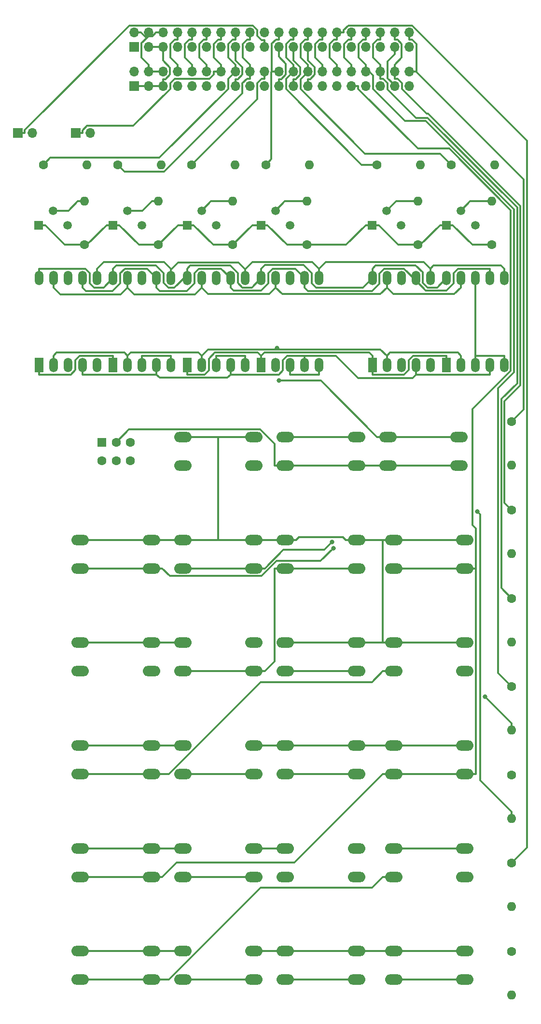
<source format=gbr>
%TF.GenerationSoftware,KiCad,Pcbnew,6.0.2+dfsg-1*%
%TF.CreationDate,2022-05-29T19:59:49-04:00*%
%TF.ProjectId,io-panel,696f2d70-616e-4656-9c2e-6b696361645f,B*%
%TF.SameCoordinates,Original*%
%TF.FileFunction,Copper,L2,Bot*%
%TF.FilePolarity,Positive*%
%FSLAX46Y46*%
G04 Gerber Fmt 4.6, Leading zero omitted, Abs format (unit mm)*
G04 Created by KiCad (PCBNEW 6.0.2+dfsg-1) date 2022-05-29 19:59:49*
%MOMM*%
%LPD*%
G01*
G04 APERTURE LIST*
%TA.AperFunction,ComponentPad*%
%ADD10O,3.048000X1.850000*%
%TD*%
%TA.AperFunction,ComponentPad*%
%ADD11R,1.500000X1.500000*%
%TD*%
%TA.AperFunction,ComponentPad*%
%ADD12C,1.500000*%
%TD*%
%TA.AperFunction,ComponentPad*%
%ADD13C,1.600000*%
%TD*%
%TA.AperFunction,ComponentPad*%
%ADD14O,1.600000X1.600000*%
%TD*%
%TA.AperFunction,ComponentPad*%
%ADD15R,1.524000X2.524000*%
%TD*%
%TA.AperFunction,ComponentPad*%
%ADD16O,1.524000X2.524000*%
%TD*%
%TA.AperFunction,ComponentPad*%
%ADD17R,1.700000X1.700000*%
%TD*%
%TA.AperFunction,ComponentPad*%
%ADD18O,1.700000X1.700000*%
%TD*%
%TA.AperFunction,ComponentPad*%
%ADD19R,1.600000X1.600000*%
%TD*%
%TA.AperFunction,ViaPad*%
%ADD20C,0.800000*%
%TD*%
%TA.AperFunction,Conductor*%
%ADD21C,0.350000*%
%TD*%
G04 APERTURE END LIST*
D10*
%TO.P,SW13,1,1*%
%TO.N,KB_ROW_2*%
X90402500Y-147000000D03*
X102902500Y-147000000D03*
%TO.P,SW13,2,2*%
%TO.N,KB_COL_3*%
X102902500Y-152000000D03*
X90402500Y-152000000D03*
%TD*%
D11*
%TO.P,Q4,1,E*%
%TO.N,VCC*%
X104160000Y-91860000D03*
D12*
%TO.P,Q4,2,B*%
%TO.N,Net-(Q4-Pad2)*%
X106700000Y-89320000D03*
%TO.P,Q4,3,C*%
%TO.N,Net-(AFF4-Pad3)*%
X109240000Y-91860000D03*
%TD*%
D13*
%TO.P,R9,1*%
%TO.N,VCC*%
X73160000Y-95310000D03*
D14*
%TO.P,R9,2*%
%TO.N,Net-(Q1-Pad2)*%
X73160000Y-87690000D03*
%TD*%
D10*
%TO.P,SW8,1,1*%
%TO.N,KB_ROW_0*%
X120902500Y-219000000D03*
X108402500Y-219000000D03*
%TO.P,SW8,2,2*%
%TO.N,KB_COL_2*%
X120902500Y-224000000D03*
X108402500Y-224000000D03*
%TD*%
%TO.P,SW3,1,1*%
%TO.N,KB_ROW_2*%
X120902500Y-165000000D03*
X108402500Y-165000000D03*
%TO.P,SW3,2,2*%
%TO.N,KB_COL_0*%
X108402500Y-170000000D03*
X120902500Y-170000000D03*
%TD*%
%TO.P,SW7,1,1*%
%TO.N,ST_KEY*%
X108402500Y-129000000D03*
X120902500Y-129000000D03*
%TO.P,SW7,2,2*%
%TO.N,GND*%
X120902500Y-134000000D03*
X108402500Y-134000000D03*
%TD*%
%TO.P,SW4,1,1*%
%TO.N,KB_ROW_0*%
X102902500Y-219000000D03*
X90402500Y-219000000D03*
%TO.P,SW4,2,2*%
%TO.N,KB_COL_1*%
X102902500Y-224000000D03*
X90402500Y-224000000D03*
%TD*%
%TO.P,SW19,1,1*%
%TO.N,KB_ROW_1*%
X72402500Y-165000000D03*
X84902500Y-165000000D03*
%TO.P,SW19,2,2*%
%TO.N,KB_COL_5*%
X84902500Y-170000000D03*
X72402500Y-170000000D03*
%TD*%
D13*
%TO.P,R2,1*%
%TO.N,LED_SEG_1*%
X148082000Y-141763300D03*
D14*
%TO.P,R2,2*%
%TO.N,/S_B*%
X148082000Y-149383300D03*
%TD*%
D13*
%TO.P,R18,1*%
%TO.N,LED_DIG_9*%
X137490000Y-81280000D03*
D14*
%TO.P,R18,2*%
%TO.N,Net-(Q6-Pad2)*%
X145110000Y-81280000D03*
%TD*%
D13*
%TO.P,R16,1*%
%TO.N,LED_DIG_8*%
X124490000Y-81280000D03*
D14*
%TO.P,R16,2*%
%TO.N,Net-(Q5-Pad2)*%
X132110000Y-81280000D03*
%TD*%
D15*
%TO.P,AFF3,1,e*%
%TO.N,/S_E*%
X91170000Y-116396000D03*
D16*
%TO.P,AFF3,2,d*%
%TO.N,/S_D*%
X93710000Y-116396000D03*
%TO.P,AFF3,3,C.A.*%
%TO.N,Net-(AFF3-Pad3)*%
X96250000Y-116396000D03*
%TO.P,AFF3,4,c*%
%TO.N,/S_C*%
X98790000Y-116396000D03*
%TO.P,AFF3,5,DP*%
%TO.N,Net-(AFF3-Pad3)*%
X101330000Y-116396000D03*
%TO.P,AFF3,6,b*%
%TO.N,/S_B*%
X101330000Y-101156000D03*
%TO.P,AFF3,7,a*%
%TO.N,/S_A*%
X98790000Y-101156000D03*
%TO.P,AFF3,8,C.A.*%
%TO.N,Net-(AFF3-Pad3)*%
X96250000Y-101156000D03*
%TO.P,AFF3,9,f*%
%TO.N,/S_F*%
X93710000Y-101156000D03*
%TO.P,AFF3,10,g*%
%TO.N,/S_G*%
X91170000Y-101156000D03*
%TD*%
D13*
%TO.P,R4,1*%
%TO.N,LED_SEG_3*%
X148082000Y-172690000D03*
D14*
%TO.P,R4,2*%
%TO.N,/S_D*%
X148082000Y-180310000D03*
%TD*%
D13*
%TO.P,R10,1*%
%TO.N,LEG_DIG_5*%
X78990000Y-81280000D03*
D14*
%TO.P,R10,2*%
%TO.N,Net-(Q2-Pad2)*%
X86610000Y-81280000D03*
%TD*%
D11*
%TO.P,Q5,1,E*%
%TO.N,VCC*%
X123660000Y-91860000D03*
D12*
%TO.P,Q5,2,B*%
%TO.N,Net-(Q5-Pad2)*%
X126200000Y-89320000D03*
%TO.P,Q5,3,C*%
%TO.N,Net-(AFF5-Pad3)*%
X128740000Y-91860000D03*
%TD*%
D17*
%TO.P,J2,1,Pin_1*%
%TO.N,VCC*%
X81875000Y-60700000D03*
D18*
%TO.P,J2,2,Pin_2*%
%TO.N,GND*%
X81875000Y-58160000D03*
%TO.P,J2,3,Pin_3*%
%TO.N,VCC*%
X84415000Y-60700000D03*
%TO.P,J2,4,Pin_4*%
%TO.N,GND*%
X84415000Y-58160000D03*
%TO.P,J2,5,Pin_5*%
%TO.N,VCC*%
X86955000Y-60700000D03*
%TO.P,J2,6,Pin_6*%
%TO.N,GND*%
X86955000Y-58160000D03*
%TO.P,J2,7,Pin_7*%
%TO.N,SPARE1*%
X89495000Y-60700000D03*
%TO.P,J2,8,Pin_8*%
%TO.N,SPARE5*%
X89495000Y-58160000D03*
%TO.P,J2,9,Pin_9*%
%TO.N,SPARE2*%
X92035000Y-60700000D03*
%TO.P,J2,10,Pin_10*%
%TO.N,SPARE6*%
X92035000Y-58160000D03*
%TO.P,J2,11,Pin_11*%
%TO.N,SPARE3*%
X94575000Y-60700000D03*
%TO.P,J2,12,Pin_12*%
%TO.N,SPARE7*%
X94575000Y-58160000D03*
%TO.P,J2,13,Pin_13*%
%TO.N,SST_KEY*%
X97115000Y-60700000D03*
%TO.P,J2,14,Pin_14*%
%TO.N,EXP_RAM*%
X97115000Y-58160000D03*
%TO.P,J2,15,Pin_15*%
%TO.N,ST_KEY*%
X99655000Y-60700000D03*
%TO.P,J2,16,Pin_16*%
%TO.N,LED_DIG_4*%
X99655000Y-58160000D03*
%TO.P,J2,17,Pin_17*%
%TO.N,RS_KEY*%
X102195000Y-60700000D03*
%TO.P,J2,18,Pin_18*%
%TO.N,LEG_DIG_5*%
X102195000Y-58160000D03*
%TO.P,J2,19,Pin_19*%
%TO.N,ENABLE_TTY*%
X104735000Y-60700000D03*
%TO.P,J2,20,Pin_20*%
%TO.N,LED_DIG_6*%
X104735000Y-58160000D03*
%TO.P,J2,21,Pin_21*%
%TO.N,KB_ROW_2*%
X107275000Y-60700000D03*
%TO.P,J2,22,Pin_22*%
%TO.N,LED_DIG_7*%
X107275000Y-58160000D03*
%TO.P,J2,23,Pin_23*%
%TO.N,KB_ROW_1*%
X109815000Y-60700000D03*
%TO.P,J2,24,Pin_24*%
%TO.N,LED_DIG_8*%
X109815000Y-58160000D03*
%TO.P,J2,25,Pin_25*%
%TO.N,KB_ROW_0*%
X112355000Y-60700000D03*
%TO.P,J2,26,Pin_26*%
%TO.N,LED_DIG_9*%
X112355000Y-58160000D03*
%TO.P,J2,27,Pin_27*%
%TO.N,KB_COL_6*%
X114895000Y-60700000D03*
%TO.P,J2,28,Pin_28*%
%TO.N,LED_SEG_6*%
X114895000Y-58160000D03*
%TO.P,J2,29,Pin_29*%
%TO.N,KB_COL_5*%
X117435000Y-60700000D03*
%TO.P,J2,30,Pin_30*%
%TO.N,LED_SEG_5*%
X117435000Y-58160000D03*
%TO.P,J2,31,Pin_31*%
%TO.N,KB_COL_4*%
X119975000Y-60700000D03*
%TO.P,J2,32,Pin_32*%
%TO.N,LED_SEG_4*%
X119975000Y-58160000D03*
%TO.P,J2,33,Pin_33*%
%TO.N,KB_COL_3*%
X122515000Y-60700000D03*
%TO.P,J2,34,Pin_34*%
%TO.N,LED_SEG_3*%
X122515000Y-58160000D03*
%TO.P,J2,35,Pin_35*%
%TO.N,KB_COL_2*%
X125055000Y-60700000D03*
%TO.P,J2,36,Pin_36*%
%TO.N,LED_SEG_2*%
X125055000Y-58160000D03*
%TO.P,J2,37,Pin_37*%
%TO.N,KB_COL_1*%
X127595000Y-60700000D03*
%TO.P,J2,38,Pin_38*%
%TO.N,LED_SEG_1*%
X127595000Y-58160000D03*
%TO.P,J2,39,Pin_39*%
%TO.N,KB_COL_0*%
X130135000Y-60700000D03*
%TO.P,J2,40,Pin_40*%
%TO.N,LED_SEG_0*%
X130135000Y-58160000D03*
%TD*%
D10*
%TO.P,SW1,1,1*%
%TO.N,KB_ROW_0*%
X84902500Y-219000000D03*
X72402500Y-219000000D03*
%TO.P,SW1,2,2*%
%TO.N,KB_COL_0*%
X72402500Y-224000000D03*
X84902500Y-224000000D03*
%TD*%
D13*
%TO.P,R11,1*%
%TO.N,VCC*%
X86160000Y-95310000D03*
D14*
%TO.P,R11,2*%
%TO.N,Net-(Q2-Pad2)*%
X86160000Y-87690000D03*
%TD*%
D10*
%TO.P,SW25,1,1*%
%TO.N,KB_ROW_2*%
X120902500Y-147000000D03*
X108402500Y-147000000D03*
%TO.P,SW25,2,2*%
%TO.N,KB_COL_6*%
X120902500Y-152000000D03*
X108402500Y-152000000D03*
%TD*%
D17*
%TO.P,SW21,1,A*%
%TO.N,ENABLE_TTY*%
X61460000Y-75720000D03*
D18*
%TO.P,SW21,2,B*%
%TO.N,GND*%
X64000000Y-75720000D03*
%TD*%
D13*
%TO.P,R5,1*%
%TO.N,LED_SEG_4*%
X148082000Y-188153300D03*
D14*
%TO.P,R5,2*%
%TO.N,/S_E*%
X148082000Y-195773300D03*
%TD*%
D10*
%TO.P,SW23,1,1*%
%TO.N,KB_ROW_0*%
X120902500Y-201000000D03*
X108402500Y-201000000D03*
%TO.P,SW23,2,2*%
%TO.N,KB_COL_6*%
X120902500Y-206000000D03*
X108402500Y-206000000D03*
%TD*%
D11*
%TO.P,Q6,1,E*%
%TO.N,VCC*%
X136660000Y-91860000D03*
D12*
%TO.P,Q6,2,B*%
%TO.N,Net-(Q6-Pad2)*%
X139200000Y-89320000D03*
%TO.P,Q6,3,C*%
%TO.N,Net-(AFF6-Pad3)*%
X141740000Y-91860000D03*
%TD*%
D13*
%TO.P,R19,1*%
%TO.N,VCC*%
X144660000Y-95310000D03*
D14*
%TO.P,R19,2*%
%TO.N,Net-(Q6-Pad2)*%
X144660000Y-87690000D03*
%TD*%
D11*
%TO.P,Q2,1,E*%
%TO.N,VCC*%
X78160000Y-91860000D03*
D12*
%TO.P,Q2,2,B*%
%TO.N,Net-(Q2-Pad2)*%
X80700000Y-89320000D03*
%TO.P,Q2,3,C*%
%TO.N,Net-(AFF2-Pad3)*%
X83240000Y-91860000D03*
%TD*%
D10*
%TO.P,SW14,1,1*%
%TO.N,RS_KEY*%
X126402500Y-129000000D03*
X138902500Y-129000000D03*
%TO.P,SW14,2,2*%
%TO.N,GND*%
X138902500Y-134000000D03*
X126402500Y-134000000D03*
%TD*%
%TO.P,SW15,1,1*%
%TO.N,KB_ROW_0*%
X72402500Y-201000000D03*
X84902500Y-201000000D03*
%TO.P,SW15,2,2*%
%TO.N,KB_COL_4*%
X84902500Y-206000000D03*
X72402500Y-206000000D03*
%TD*%
D19*
%TO.P,SW201,1,A*%
%TO.N,unconnected-(SW201-Pad1)*%
X76235000Y-129900000D03*
D13*
%TO.P,SW201,2,B*%
%TO.N,GND*%
X78735000Y-129900000D03*
%TO.P,SW201,3,C*%
%TO.N,SST_KEY*%
X81235000Y-129900000D03*
%TO.P,SW201,4,A*%
%TO.N,unconnected-(SW201-Pad4)*%
X76235000Y-133100000D03*
%TO.P,SW201,5,B*%
%TO.N,GND*%
X78735000Y-133100000D03*
%TO.P,SW201,6,C*%
%TO.N,SST_KEY*%
X81235000Y-133100000D03*
%TD*%
D11*
%TO.P,Q3,1,E*%
%TO.N,VCC*%
X91160000Y-91860000D03*
D12*
%TO.P,Q3,2,B*%
%TO.N,Net-(Q3-Pad2)*%
X93700000Y-89320000D03*
%TO.P,Q3,3,C*%
%TO.N,Net-(AFF3-Pad3)*%
X96240000Y-91860000D03*
%TD*%
D17*
%TO.P,SW22,1,A*%
%TO.N,EXP_RAM*%
X71625000Y-75725000D03*
D18*
%TO.P,SW22,2,B*%
%TO.N,GND*%
X74165000Y-75725000D03*
%TD*%
D10*
%TO.P,SW12,1,1*%
%TO.N,KB_ROW_1*%
X120902500Y-183000000D03*
X108402500Y-183000000D03*
%TO.P,SW12,2,2*%
%TO.N,KB_COL_3*%
X108402500Y-188000000D03*
X120902500Y-188000000D03*
%TD*%
D15*
%TO.P,AFF5,1,e*%
%TO.N,/S_E*%
X123670000Y-116396000D03*
D16*
%TO.P,AFF5,2,d*%
%TO.N,/S_D*%
X126210000Y-116396000D03*
%TO.P,AFF5,3,C.A.*%
%TO.N,Net-(AFF5-Pad3)*%
X128750000Y-116396000D03*
%TO.P,AFF5,4,c*%
%TO.N,/S_C*%
X131290000Y-116396000D03*
%TO.P,AFF5,5,DP*%
%TO.N,Net-(AFF5-Pad3)*%
X133830000Y-116396000D03*
%TO.P,AFF5,6,b*%
%TO.N,/S_B*%
X133830000Y-101156000D03*
%TO.P,AFF5,7,a*%
%TO.N,/S_A*%
X131290000Y-101156000D03*
%TO.P,AFF5,8,C.A.*%
%TO.N,Net-(AFF5-Pad3)*%
X128750000Y-101156000D03*
%TO.P,AFF5,9,f*%
%TO.N,/S_F*%
X126210000Y-101156000D03*
%TO.P,AFF5,10,g*%
%TO.N,/S_G*%
X123670000Y-101156000D03*
%TD*%
D15*
%TO.P,AFF1,1,e*%
%TO.N,/S_E*%
X65170000Y-116396000D03*
D16*
%TO.P,AFF1,2,d*%
%TO.N,/S_D*%
X67710000Y-116396000D03*
%TO.P,AFF1,3,C.A.*%
%TO.N,Net-(AFF1-Pad3)*%
X70250000Y-116396000D03*
%TO.P,AFF1,4,c*%
%TO.N,/S_C*%
X72790000Y-116396000D03*
%TO.P,AFF1,5,DP*%
%TO.N,Net-(AFF1-Pad3)*%
X75330000Y-116396000D03*
%TO.P,AFF1,6,b*%
%TO.N,/S_B*%
X75330000Y-101156000D03*
%TO.P,AFF1,7,a*%
%TO.N,/S_A*%
X72790000Y-101156000D03*
%TO.P,AFF1,8,C.A.*%
%TO.N,Net-(AFF1-Pad3)*%
X70250000Y-101156000D03*
%TO.P,AFF1,9,f*%
%TO.N,/S_F*%
X67710000Y-101156000D03*
%TO.P,AFF1,10,g*%
%TO.N,/S_G*%
X65170000Y-101156000D03*
%TD*%
D10*
%TO.P,SW20,1,1*%
%TO.N,KB_ROW_2*%
X90402500Y-129000000D03*
X102902500Y-129000000D03*
%TO.P,SW20,2,2*%
%TO.N,KB_COL_5*%
X90402500Y-134000000D03*
X102902500Y-134000000D03*
%TD*%
D13*
%TO.P,R3,1*%
%TO.N,LED_SEG_2*%
X148082000Y-157226700D03*
D14*
%TO.P,R3,2*%
%TO.N,/S_C*%
X148082000Y-164846700D03*
%TD*%
D10*
%TO.P,SW24,1,1*%
%TO.N,KB_ROW_1*%
X102902500Y-165000000D03*
X90402500Y-165000000D03*
%TO.P,SW24,2,2*%
%TO.N,KB_COL_6*%
X102902500Y-170000000D03*
X90402500Y-170000000D03*
%TD*%
%TO.P,SW11,1,1*%
%TO.N,KB_ROW_0*%
X127397500Y-219000000D03*
X139897500Y-219000000D03*
%TO.P,SW11,2,2*%
%TO.N,KB_COL_3*%
X127397500Y-224000000D03*
X139897500Y-224000000D03*
%TD*%
D13*
%TO.P,R13,1*%
%TO.N,VCC*%
X99160000Y-95310000D03*
D14*
%TO.P,R13,2*%
%TO.N,Net-(Q3-Pad2)*%
X99160000Y-87690000D03*
%TD*%
D13*
%TO.P,R6,1*%
%TO.N,LED_SEG_5*%
X148082000Y-203616700D03*
D14*
%TO.P,R6,2*%
%TO.N,/S_F*%
X148082000Y-211236700D03*
%TD*%
D13*
%TO.P,R12,1*%
%TO.N,LED_DIG_6*%
X91990000Y-81280000D03*
D14*
%TO.P,R12,2*%
%TO.N,Net-(Q3-Pad2)*%
X99610000Y-81280000D03*
%TD*%
D13*
%TO.P,R8,1*%
%TO.N,LED_DIG_4*%
X65990000Y-81280000D03*
D14*
%TO.P,R8,2*%
%TO.N,Net-(Q1-Pad2)*%
X73610000Y-81280000D03*
%TD*%
D10*
%TO.P,SW6,1,1*%
%TO.N,KB_ROW_2*%
X127397500Y-165000000D03*
X139897500Y-165000000D03*
%TO.P,SW6,2,2*%
%TO.N,KB_COL_1*%
X139897500Y-170000000D03*
X127397500Y-170000000D03*
%TD*%
%TO.P,SW5,1,1*%
%TO.N,KB_ROW_1*%
X84902500Y-183000000D03*
X72402500Y-183000000D03*
%TO.P,SW5,2,2*%
%TO.N,KB_COL_1*%
X84902500Y-188000000D03*
X72402500Y-188000000D03*
%TD*%
%TO.P,SW16,1,1*%
%TO.N,KB_ROW_1*%
X127397500Y-183000000D03*
X139897500Y-183000000D03*
%TO.P,SW16,2,2*%
%TO.N,KB_COL_4*%
X139897500Y-188000000D03*
X127397500Y-188000000D03*
%TD*%
D17*
%TO.P,J1,1,Pin_1*%
%TO.N,VCC*%
X81855000Y-67530000D03*
D18*
%TO.P,J1,2,Pin_2*%
%TO.N,GND*%
X81855000Y-64990000D03*
%TO.P,J1,3,Pin_3*%
%TO.N,VCC*%
X84395000Y-67530000D03*
%TO.P,J1,4,Pin_4*%
%TO.N,GND*%
X84395000Y-64990000D03*
%TO.P,J1,5,Pin_5*%
%TO.N,VCC*%
X86935000Y-67530000D03*
%TO.P,J1,6,Pin_6*%
%TO.N,GND*%
X86935000Y-64990000D03*
%TO.P,J1,7,Pin_7*%
%TO.N,SPARE1*%
X89475000Y-67530000D03*
%TO.P,J1,8,Pin_8*%
%TO.N,SPARE5*%
X89475000Y-64990000D03*
%TO.P,J1,9,Pin_9*%
%TO.N,SPARE2*%
X92015000Y-67530000D03*
%TO.P,J1,10,Pin_10*%
%TO.N,SPARE6*%
X92015000Y-64990000D03*
%TO.P,J1,11,Pin_11*%
%TO.N,SPARE3*%
X94555000Y-67530000D03*
%TO.P,J1,12,Pin_12*%
%TO.N,SPARE7*%
X94555000Y-64990000D03*
%TO.P,J1,13,Pin_13*%
%TO.N,SST_KEY*%
X97095000Y-67530000D03*
%TO.P,J1,14,Pin_14*%
%TO.N,EXP_RAM*%
X97095000Y-64990000D03*
%TO.P,J1,15,Pin_15*%
%TO.N,ST_KEY*%
X99635000Y-67530000D03*
%TO.P,J1,16,Pin_16*%
%TO.N,LED_DIG_4*%
X99635000Y-64990000D03*
%TO.P,J1,17,Pin_17*%
%TO.N,RS_KEY*%
X102175000Y-67530000D03*
%TO.P,J1,18,Pin_18*%
%TO.N,LEG_DIG_5*%
X102175000Y-64990000D03*
%TO.P,J1,19,Pin_19*%
%TO.N,ENABLE_TTY*%
X104715000Y-67530000D03*
%TO.P,J1,20,Pin_20*%
%TO.N,LED_DIG_6*%
X104715000Y-64990000D03*
%TO.P,J1,21,Pin_21*%
%TO.N,KB_ROW_2*%
X107255000Y-67530000D03*
%TO.P,J1,22,Pin_22*%
%TO.N,LED_DIG_7*%
X107255000Y-64990000D03*
%TO.P,J1,23,Pin_23*%
%TO.N,KB_ROW_1*%
X109795000Y-67530000D03*
%TO.P,J1,24,Pin_24*%
%TO.N,LED_DIG_8*%
X109795000Y-64990000D03*
%TO.P,J1,25,Pin_25*%
%TO.N,KB_ROW_0*%
X112335000Y-67530000D03*
%TO.P,J1,26,Pin_26*%
%TO.N,LED_DIG_9*%
X112335000Y-64990000D03*
%TO.P,J1,27,Pin_27*%
%TO.N,KB_COL_6*%
X114875000Y-67530000D03*
%TO.P,J1,28,Pin_28*%
%TO.N,LED_SEG_6*%
X114875000Y-64990000D03*
%TO.P,J1,29,Pin_29*%
%TO.N,KB_COL_5*%
X117415000Y-67530000D03*
%TO.P,J1,30,Pin_30*%
%TO.N,LED_SEG_5*%
X117415000Y-64990000D03*
%TO.P,J1,31,Pin_31*%
%TO.N,KB_COL_4*%
X119955000Y-67530000D03*
%TO.P,J1,32,Pin_32*%
%TO.N,LED_SEG_4*%
X119955000Y-64990000D03*
%TO.P,J1,33,Pin_33*%
%TO.N,KB_COL_3*%
X122495000Y-67530000D03*
%TO.P,J1,34,Pin_34*%
%TO.N,LED_SEG_3*%
X122495000Y-64990000D03*
%TO.P,J1,35,Pin_35*%
%TO.N,KB_COL_2*%
X125035000Y-67530000D03*
%TO.P,J1,36,Pin_36*%
%TO.N,LED_SEG_2*%
X125035000Y-64990000D03*
%TO.P,J1,37,Pin_37*%
%TO.N,KB_COL_1*%
X127575000Y-67530000D03*
%TO.P,J1,38,Pin_38*%
%TO.N,LED_SEG_1*%
X127575000Y-64990000D03*
%TO.P,J1,39,Pin_39*%
%TO.N,KB_COL_0*%
X130115000Y-67530000D03*
%TO.P,J1,40,Pin_40*%
%TO.N,LED_SEG_0*%
X130115000Y-64990000D03*
%TD*%
D11*
%TO.P,Q1,1,E*%
%TO.N,VCC*%
X65160000Y-91860000D03*
D12*
%TO.P,Q1,2,B*%
%TO.N,Net-(Q1-Pad2)*%
X67700000Y-89320000D03*
%TO.P,Q1,3,C*%
%TO.N,Net-(AFF1-Pad3)*%
X70240000Y-91860000D03*
%TD*%
D10*
%TO.P,SW18,1,1*%
%TO.N,KB_ROW_0*%
X90402500Y-201000000D03*
X102902500Y-201000000D03*
%TO.P,SW18,2,2*%
%TO.N,KB_COL_5*%
X102902500Y-206000000D03*
X90402500Y-206000000D03*
%TD*%
D13*
%TO.P,R7,1*%
%TO.N,LED_SEG_6*%
X148082000Y-219080000D03*
D14*
%TO.P,R7,2*%
%TO.N,/S_G*%
X148082000Y-226700000D03*
%TD*%
D15*
%TO.P,AFF2,1,e*%
%TO.N,/S_E*%
X78170000Y-116396000D03*
D16*
%TO.P,AFF2,2,d*%
%TO.N,/S_D*%
X80710000Y-116396000D03*
%TO.P,AFF2,3,C.A.*%
%TO.N,Net-(AFF2-Pad3)*%
X83250000Y-116396000D03*
%TO.P,AFF2,4,c*%
%TO.N,/S_C*%
X85790000Y-116396000D03*
%TO.P,AFF2,5,DP*%
%TO.N,Net-(AFF2-Pad3)*%
X88330000Y-116396000D03*
%TO.P,AFF2,6,b*%
%TO.N,/S_B*%
X88330000Y-101156000D03*
%TO.P,AFF2,7,a*%
%TO.N,/S_A*%
X85790000Y-101156000D03*
%TO.P,AFF2,8,C.A.*%
%TO.N,Net-(AFF2-Pad3)*%
X83250000Y-101156000D03*
%TO.P,AFF2,9,f*%
%TO.N,/S_F*%
X80710000Y-101156000D03*
%TO.P,AFF2,10,g*%
%TO.N,/S_G*%
X78170000Y-101156000D03*
%TD*%
D13*
%TO.P,R17,1*%
%TO.N,VCC*%
X131660000Y-95310000D03*
D14*
%TO.P,R17,2*%
%TO.N,Net-(Q5-Pad2)*%
X131660000Y-87690000D03*
%TD*%
D10*
%TO.P,SW17,1,1*%
%TO.N,KB_ROW_2*%
X139897500Y-147000000D03*
X127397500Y-147000000D03*
%TO.P,SW17,2,2*%
%TO.N,KB_COL_4*%
X127397500Y-152000000D03*
X139897500Y-152000000D03*
%TD*%
%TO.P,SW10,1,1*%
%TO.N,KB_ROW_2*%
X72402500Y-147000000D03*
X84902500Y-147000000D03*
%TO.P,SW10,2,2*%
%TO.N,KB_COL_2*%
X72402500Y-152000000D03*
X84902500Y-152000000D03*
%TD*%
D13*
%TO.P,R1,1*%
%TO.N,LED_SEG_0*%
X148082000Y-126300000D03*
D14*
%TO.P,R1,2*%
%TO.N,/S_A*%
X148082000Y-133920000D03*
%TD*%
D10*
%TO.P,SW9,1,1*%
%TO.N,KB_ROW_1*%
X102902500Y-183000000D03*
X90402500Y-183000000D03*
%TO.P,SW9,2,2*%
%TO.N,KB_COL_2*%
X102902500Y-188000000D03*
X90402500Y-188000000D03*
%TD*%
D15*
%TO.P,AFF4,1,e*%
%TO.N,/S_E*%
X104170000Y-116396000D03*
D16*
%TO.P,AFF4,2,d*%
%TO.N,/S_D*%
X106710000Y-116396000D03*
%TO.P,AFF4,3,C.A.*%
%TO.N,Net-(AFF4-Pad3)*%
X109250000Y-116396000D03*
%TO.P,AFF4,4,c*%
%TO.N,/S_C*%
X111790000Y-116396000D03*
%TO.P,AFF4,5,DP*%
%TO.N,Net-(AFF4-Pad3)*%
X114330000Y-116396000D03*
%TO.P,AFF4,6,b*%
%TO.N,/S_B*%
X114330000Y-101156000D03*
%TO.P,AFF4,7,a*%
%TO.N,/S_A*%
X111790000Y-101156000D03*
%TO.P,AFF4,8,C.A.*%
%TO.N,Net-(AFF4-Pad3)*%
X109250000Y-101156000D03*
%TO.P,AFF4,9,f*%
%TO.N,/S_F*%
X106710000Y-101156000D03*
%TO.P,AFF4,10,g*%
%TO.N,/S_G*%
X104170000Y-101156000D03*
%TD*%
D13*
%TO.P,R15,1*%
%TO.N,VCC*%
X112160000Y-95310000D03*
D14*
%TO.P,R15,2*%
%TO.N,Net-(Q4-Pad2)*%
X112160000Y-87690000D03*
%TD*%
D13*
%TO.P,R14,1*%
%TO.N,LED_DIG_7*%
X104990000Y-81280000D03*
D14*
%TO.P,R14,2*%
%TO.N,Net-(Q4-Pad2)*%
X112610000Y-81280000D03*
%TD*%
D10*
%TO.P,SW2,1,1*%
%TO.N,KB_ROW_1*%
X139897500Y-201000000D03*
X127397500Y-201000000D03*
%TO.P,SW2,2,2*%
%TO.N,KB_COL_0*%
X127397500Y-206000000D03*
X139897500Y-206000000D03*
%TD*%
D15*
%TO.P,AFF6,1,e*%
%TO.N,/S_E*%
X136670000Y-116396000D03*
D16*
%TO.P,AFF6,2,d*%
%TO.N,/S_D*%
X139210000Y-116396000D03*
%TO.P,AFF6,3,C.A.*%
%TO.N,Net-(AFF6-Pad3)*%
X141750000Y-116396000D03*
%TO.P,AFF6,4,c*%
%TO.N,/S_C*%
X144290000Y-116396000D03*
%TO.P,AFF6,5,DP*%
%TO.N,Net-(AFF6-Pad3)*%
X146830000Y-116396000D03*
%TO.P,AFF6,6,b*%
%TO.N,/S_B*%
X146830000Y-101156000D03*
%TO.P,AFF6,7,a*%
%TO.N,/S_A*%
X144290000Y-101156000D03*
%TO.P,AFF6,8,C.A.*%
%TO.N,Net-(AFF6-Pad3)*%
X141750000Y-101156000D03*
%TO.P,AFF6,9,f*%
%TO.N,/S_F*%
X139210000Y-101156000D03*
%TO.P,AFF6,10,g*%
%TO.N,/S_G*%
X136670000Y-101156000D03*
%TD*%
D20*
%TO.N,RS_KEY*%
X107267800Y-119108300D03*
%TO.N,KB_COL_3*%
X116641100Y-147322700D03*
%TO.N,KB_COL_2*%
X116874500Y-148426500D03*
%TO.N,/S_D*%
X143408000Y-174460700D03*
X106936000Y-113414200D03*
%TO.N,/S_E*%
X142082400Y-142041100D03*
%TD*%
D21*
%TO.N,GND*%
X126402500Y-134000000D02*
X120902500Y-134000000D01*
X138902500Y-134000000D02*
X126402500Y-134000000D01*
X108402500Y-134000000D02*
X120902500Y-134000000D01*
X84415000Y-58160000D02*
X84415000Y-58772600D01*
X85117100Y-58772600D02*
X85729700Y-58160000D01*
X84415000Y-58772600D02*
X85117100Y-58772600D01*
X86955000Y-58160000D02*
X85729700Y-58160000D01*
X86935000Y-64990000D02*
X84395000Y-64990000D01*
X84395000Y-64990000D02*
X84395000Y-63764700D01*
X81875000Y-58160000D02*
X83100300Y-58160000D01*
X84064000Y-59123600D02*
X83100300Y-58160000D01*
X83184300Y-60003300D02*
X84064000Y-59123600D01*
X83184300Y-62554000D02*
X83184300Y-60003300D01*
X84395000Y-63764700D02*
X83184300Y-62554000D01*
X84064000Y-59123600D02*
X84415000Y-58772600D01*
X106503200Y-130143500D02*
X106503200Y-134000000D01*
X104011900Y-127652200D02*
X106503200Y-130143500D01*
X80982800Y-127652200D02*
X104011900Y-127652200D01*
X78735000Y-129900000D02*
X80982800Y-127652200D01*
X108402500Y-134000000D02*
X106503200Y-134000000D01*
%TO.N,EXP_RAM*%
X96607200Y-59385300D02*
X97115000Y-59385300D01*
X95845000Y-60147500D02*
X96607200Y-59385300D01*
X95845000Y-62514700D02*
X95845000Y-60147500D01*
X97095000Y-63764700D02*
X95845000Y-62514700D01*
X97095000Y-64990000D02*
X97095000Y-63764700D01*
X97115000Y-58160000D02*
X97115000Y-59385300D01*
X95869700Y-65497800D02*
X95869700Y-64990000D01*
X95107500Y-66260000D02*
X95869700Y-65497800D01*
X88961200Y-66260000D02*
X95107500Y-66260000D01*
X88205000Y-67016200D02*
X88961200Y-66260000D01*
X88205000Y-68052300D02*
X88205000Y-67016200D01*
X81757600Y-74499700D02*
X88205000Y-68052300D01*
X73616000Y-74499700D02*
X81757600Y-74499700D01*
X72850300Y-75265400D02*
X73616000Y-74499700D01*
X72850300Y-75725000D02*
X72850300Y-75265400D01*
X71625000Y-75725000D02*
X72850300Y-75725000D01*
X97095000Y-64990000D02*
X95869700Y-64990000D01*
%TO.N,LED_SEG_3*%
X122007200Y-59385300D02*
X122515000Y-59385300D01*
X121245000Y-60147500D02*
X122007200Y-59385300D01*
X121245000Y-62514700D02*
X121245000Y-60147500D01*
X122495000Y-63764700D02*
X121245000Y-62514700D01*
X122515000Y-58160000D02*
X122515000Y-59385300D01*
X122495000Y-64990000D02*
X122495000Y-64377300D01*
X122495000Y-64377300D02*
X122495000Y-63764700D01*
X145722600Y-170330600D02*
X148082000Y-172690000D01*
X145722600Y-120413400D02*
X145722600Y-170330600D01*
X148524300Y-117611700D02*
X145722600Y-120413400D01*
X148524300Y-89076900D02*
X148524300Y-117611700D01*
X133063300Y-73615900D02*
X148524300Y-89076900D01*
X129380700Y-73615900D02*
X133063300Y-73615900D01*
X123765000Y-68000200D02*
X129380700Y-73615900D01*
X123765000Y-65647300D02*
X123765000Y-68000200D01*
X122495000Y-64377300D02*
X123765000Y-65647300D01*
%TO.N,SPARE7*%
X94067200Y-59385300D02*
X94575000Y-59385300D01*
X93305000Y-60147500D02*
X94067200Y-59385300D01*
X93305000Y-62514700D02*
X93305000Y-60147500D01*
X94555000Y-63764700D02*
X93305000Y-62514700D01*
X94555000Y-64990000D02*
X94555000Y-63764700D01*
X94575000Y-58160000D02*
X94575000Y-59385300D01*
%TO.N,SPARE6*%
X91527200Y-59385300D02*
X92035000Y-59385300D01*
X90765000Y-60147500D02*
X91527200Y-59385300D01*
X90765000Y-62514700D02*
X90765000Y-60147500D01*
X92015000Y-63764700D02*
X90765000Y-62514700D01*
X92015000Y-64990000D02*
X92015000Y-63764700D01*
X92035000Y-58160000D02*
X92035000Y-59385300D01*
%TO.N,SPARE5*%
X88987200Y-59385300D02*
X89495000Y-59385300D01*
X88225000Y-60147500D02*
X88987200Y-59385300D01*
X88225000Y-62514700D02*
X88225000Y-60147500D01*
X89475000Y-63764700D02*
X88225000Y-62514700D01*
X89475000Y-64990000D02*
X89475000Y-63764700D01*
X89495000Y-58160000D02*
X89495000Y-59385300D01*
%TO.N,Net-(AFF6-Pad3)*%
X146830000Y-114758700D02*
X141750000Y-114758700D01*
X146830000Y-116396000D02*
X146830000Y-114758700D01*
X141750000Y-116396000D02*
X141750000Y-114758700D01*
X141750000Y-101156000D02*
X141750000Y-114758700D01*
%TO.N,Net-(Q6-Pad2)*%
X140830000Y-87690000D02*
X139200000Y-89320000D01*
X144660000Y-87690000D02*
X140830000Y-87690000D01*
%TO.N,Net-(Q5-Pad2)*%
X127830000Y-87690000D02*
X126200000Y-89320000D01*
X131660000Y-87690000D02*
X127830000Y-87690000D01*
%TO.N,Net-(Q4-Pad2)*%
X108330000Y-87690000D02*
X106700000Y-89320000D01*
X112160000Y-87690000D02*
X108330000Y-87690000D01*
%TO.N,Net-(Q3-Pad2)*%
X95330000Y-87690000D02*
X93700000Y-89320000D01*
X99160000Y-87690000D02*
X95330000Y-87690000D01*
%TO.N,Net-(Q2-Pad2)*%
X83354700Y-89320000D02*
X84984700Y-87690000D01*
X80700000Y-89320000D02*
X83354700Y-89320000D01*
X86160000Y-87690000D02*
X84984700Y-87690000D01*
%TO.N,Net-(Q1-Pad2)*%
X70354700Y-89320000D02*
X71984700Y-87690000D01*
X67700000Y-89320000D02*
X70354700Y-89320000D01*
X73160000Y-87690000D02*
X71984700Y-87690000D01*
%TO.N,VCC*%
X84395000Y-67530000D02*
X81855000Y-67530000D01*
X84395000Y-67530000D02*
X86935000Y-67530000D01*
X86935000Y-67530000D02*
X86935000Y-66304700D01*
X78160000Y-91860000D02*
X77034700Y-91860000D01*
X141235300Y-95310000D02*
X137785300Y-91860000D01*
X144660000Y-95310000D02*
X141235300Y-95310000D01*
X136660000Y-91860000D02*
X137785300Y-91860000D01*
X82735300Y-95310000D02*
X79285300Y-91860000D01*
X86160000Y-95310000D02*
X82735300Y-95310000D01*
X78160000Y-91860000D02*
X79285300Y-91860000D01*
X86955000Y-63045000D02*
X86955000Y-60700000D01*
X88177700Y-64267700D02*
X86955000Y-63045000D01*
X88177700Y-65521500D02*
X88177700Y-64267700D01*
X87394500Y-66304700D02*
X88177700Y-65521500D01*
X86935000Y-66304700D02*
X87394500Y-66304700D01*
X84415000Y-60700000D02*
X85640300Y-60700000D01*
X86955000Y-60700000D02*
X85640300Y-60700000D01*
X89610000Y-91860000D02*
X91160000Y-91860000D01*
X86160000Y-95310000D02*
X89610000Y-91860000D01*
X91160000Y-91860000D02*
X92285300Y-91860000D01*
X95735300Y-95310000D02*
X99160000Y-95310000D01*
X92285300Y-91860000D02*
X95735300Y-95310000D01*
X102610000Y-91860000D02*
X104160000Y-91860000D01*
X99160000Y-95310000D02*
X102610000Y-91860000D01*
X123660000Y-91860000D02*
X122534700Y-91860000D01*
X123660000Y-91860000D02*
X124785300Y-91860000D01*
X119084700Y-95310000D02*
X112160000Y-95310000D01*
X122534700Y-91860000D02*
X119084700Y-95310000D01*
X108735300Y-95310000D02*
X105285300Y-91860000D01*
X112160000Y-95310000D02*
X108735300Y-95310000D01*
X104160000Y-91860000D02*
X105285300Y-91860000D01*
X128235300Y-95310000D02*
X131660000Y-95310000D01*
X124785300Y-91860000D02*
X128235300Y-95310000D01*
X132084700Y-95310000D02*
X135534700Y-91860000D01*
X131660000Y-95310000D02*
X132084700Y-95310000D01*
X136660000Y-91860000D02*
X135534700Y-91860000D01*
X73584700Y-95310000D02*
X73160000Y-95310000D01*
X77034700Y-91860000D02*
X73584700Y-95310000D01*
X69735300Y-95310000D02*
X66285300Y-91860000D01*
X73160000Y-95310000D02*
X69735300Y-95310000D01*
X65160000Y-91860000D02*
X66285300Y-91860000D01*
%TO.N,Net-(AFF4-Pad3)*%
X114330000Y-118033300D02*
X109250000Y-118033300D01*
X114330000Y-116396000D02*
X114330000Y-118033300D01*
X109250000Y-116396000D02*
X109250000Y-118033300D01*
%TO.N,Net-(AFF3-Pad3)*%
X101330000Y-114758700D02*
X96250000Y-114758700D01*
X96250000Y-116396000D02*
X96250000Y-114758700D01*
X101330000Y-116396000D02*
X101330000Y-114758700D01*
%TO.N,Net-(AFF2-Pad3)*%
X83250000Y-114758700D02*
X88330000Y-114758700D01*
X83250000Y-116396000D02*
X83250000Y-114758700D01*
X88330000Y-116396000D02*
X88330000Y-114758700D01*
%TO.N,LED_DIG_9*%
X112335000Y-65079500D02*
X112335000Y-64990000D01*
X111065000Y-66349500D02*
X112335000Y-65079500D01*
X111065000Y-68021000D02*
X111065000Y-66349500D01*
X122396900Y-79352900D02*
X111065000Y-68021000D01*
X135562900Y-79352900D02*
X122396900Y-79352900D01*
X137490000Y-81280000D02*
X135562900Y-79352900D01*
X111847200Y-59385300D02*
X112355000Y-59385300D01*
X111085000Y-60147500D02*
X111847200Y-59385300D01*
X111085000Y-62514700D02*
X111085000Y-60147500D01*
X112335000Y-63764700D02*
X111085000Y-62514700D01*
X112335000Y-64990000D02*
X112335000Y-63764700D01*
X112355000Y-58160000D02*
X112355000Y-59385300D01*
%TO.N,LED_DIG_8*%
X109307200Y-59385300D02*
X109815000Y-59385300D01*
X108545000Y-60147500D02*
X109307200Y-59385300D01*
X108545000Y-62514700D02*
X108545000Y-60147500D01*
X109795000Y-63764700D02*
X108545000Y-62514700D01*
X109815000Y-58160000D02*
X109815000Y-59385300D01*
X109795000Y-64377300D02*
X109795000Y-63764700D01*
X109795000Y-64377300D02*
X109795000Y-64990000D01*
X121751400Y-81280000D02*
X124490000Y-81280000D01*
X108525000Y-68053600D02*
X121751400Y-81280000D01*
X108525000Y-66260000D02*
X108525000Y-68053600D01*
X109795000Y-64990000D02*
X108525000Y-66260000D01*
%TO.N,LED_DIG_7*%
X107255000Y-64990000D02*
X106177300Y-64990000D01*
X106177300Y-64990000D02*
X106049600Y-64990000D01*
X106767200Y-59385300D02*
X107275000Y-59385300D01*
X106049600Y-60102900D02*
X106767200Y-59385300D01*
X106049600Y-64990000D02*
X106049600Y-60102900D01*
X107275000Y-58160000D02*
X107275000Y-59385300D01*
X105960400Y-65079200D02*
X106049600Y-64990000D01*
X105960400Y-80309600D02*
X105960400Y-65079200D01*
X104990000Y-81280000D02*
X105960400Y-80309600D01*
%TO.N,LED_DIG_6*%
X103489700Y-69780300D02*
X91990000Y-81280000D01*
X103489700Y-66981000D02*
X103489700Y-69780300D01*
X104255400Y-66215300D02*
X103489700Y-66981000D01*
X104715000Y-66215300D02*
X104255400Y-66215300D01*
X104715000Y-64990000D02*
X104715000Y-66215300D01*
%TO.N,LEG_DIG_5*%
X101687200Y-59385300D02*
X102195000Y-59385300D01*
X100925000Y-60147500D02*
X101687200Y-59385300D01*
X100925000Y-62514700D02*
X100925000Y-60147500D01*
X102175000Y-63764700D02*
X100925000Y-62514700D01*
X102195000Y-58160000D02*
X102195000Y-59385300D01*
X102175000Y-64990000D02*
X102175000Y-63764700D01*
X101667200Y-66215300D02*
X102175000Y-66215300D01*
X100860400Y-67022100D02*
X101667200Y-66215300D01*
X100860400Y-68756400D02*
X100860400Y-67022100D01*
X87142500Y-82474300D02*
X100860400Y-68756400D01*
X80184300Y-82474300D02*
X87142500Y-82474300D01*
X78990000Y-81280000D02*
X80184300Y-82474300D01*
X102175000Y-64990000D02*
X102175000Y-66215300D01*
%TO.N,LED_DIG_4*%
X98365000Y-66260000D02*
X99635000Y-64990000D01*
X98365000Y-68004400D02*
X98365000Y-66260000D01*
X86291100Y-80078300D02*
X98365000Y-68004400D01*
X67191700Y-80078300D02*
X86291100Y-80078300D01*
X65990000Y-81280000D02*
X67191700Y-80078300D01*
X99655000Y-58160000D02*
X99655000Y-59385300D01*
X99147200Y-59385300D02*
X99655000Y-59385300D01*
X98385000Y-60147500D02*
X99147200Y-59385300D01*
X98385000Y-62514700D02*
X98385000Y-60147500D01*
X99635000Y-63764700D02*
X98385000Y-62514700D01*
X99635000Y-64990000D02*
X99635000Y-63764700D01*
%TO.N,RS_KEY*%
X138902500Y-129000000D02*
X126402500Y-129000000D01*
X126402500Y-129000000D02*
X124503200Y-129000000D01*
X114611500Y-119108300D02*
X107267800Y-119108300D01*
X124503200Y-129000000D02*
X114611500Y-119108300D01*
%TO.N,ST_KEY*%
X99655000Y-63006300D02*
X99655000Y-60700000D01*
X100877700Y-64229000D02*
X99655000Y-63006300D01*
X100877700Y-65521500D02*
X100877700Y-64229000D01*
X100094500Y-66304700D02*
X100877700Y-65521500D01*
X99635000Y-66304700D02*
X100094500Y-66304700D01*
X99635000Y-67530000D02*
X99635000Y-66304700D01*
X120902500Y-129000000D02*
X108402500Y-129000000D01*
%TO.N,KB_COL_6*%
X90402500Y-170000000D02*
X102902500Y-170000000D01*
X102902500Y-170000000D02*
X104801800Y-170000000D01*
X108402500Y-152000000D02*
X120902500Y-152000000D01*
X106503200Y-168298600D02*
X104801800Y-170000000D01*
X106503200Y-152000000D02*
X106503200Y-168298600D01*
X108402500Y-152000000D02*
X106503200Y-152000000D01*
%TO.N,KB_COL_5*%
X90402500Y-206000000D02*
X102902500Y-206000000D01*
%TO.N,KB_COL_4*%
X84902500Y-206000000D02*
X72402500Y-206000000D01*
X139897500Y-188000000D02*
X141796800Y-188000000D01*
X127397500Y-152000000D02*
X139897500Y-152000000D01*
X141796800Y-152000000D02*
X141796800Y-188000000D01*
X139897500Y-152000000D02*
X141796800Y-152000000D01*
X119955000Y-67530000D02*
X121180300Y-67530000D01*
X84902500Y-206000000D02*
X86801800Y-206000000D01*
X127397500Y-188000000D02*
X139897500Y-188000000D01*
X89301800Y-203500000D02*
X86801800Y-206000000D01*
X109998200Y-203500000D02*
X89301800Y-203500000D01*
X125498200Y-188000000D02*
X109998200Y-203500000D01*
X127397500Y-188000000D02*
X125498200Y-188000000D01*
X141796800Y-144951200D02*
X141796800Y-152000000D01*
X141270700Y-144425100D02*
X141796800Y-144951200D01*
X141270700Y-124086900D02*
X141270700Y-144425100D01*
X147968300Y-117389300D02*
X141270700Y-124086900D01*
X147968300Y-89299400D02*
X147968300Y-117389300D01*
X137134500Y-78465600D02*
X147968300Y-89299400D01*
X131656400Y-78465600D02*
X137134500Y-78465600D01*
X121180300Y-67989500D02*
X131656400Y-78465600D01*
X121180300Y-67530000D02*
X121180300Y-67989500D01*
%TO.N,KB_COL_3*%
X139897500Y-224000000D02*
X127397500Y-224000000D01*
X120902500Y-188000000D02*
X108402500Y-188000000D01*
X90402500Y-152000000D02*
X102902500Y-152000000D01*
X102902500Y-152000000D02*
X104801800Y-152000000D01*
X108076700Y-148725100D02*
X104801800Y-152000000D01*
X108076700Y-148725000D02*
X108076700Y-148725100D01*
X115238800Y-148725000D02*
X108076700Y-148725000D01*
X116641100Y-147322700D02*
X115238800Y-148725000D01*
%TO.N,KB_COL_2*%
X90402500Y-188000000D02*
X102902500Y-188000000D01*
X108402500Y-224000000D02*
X120902500Y-224000000D01*
X72402500Y-152000000D02*
X84902500Y-152000000D01*
X114601400Y-150699600D02*
X116874500Y-148426500D01*
X106880600Y-150699600D02*
X114601400Y-150699600D01*
X104254700Y-153325500D02*
X106880600Y-150699600D01*
X88127300Y-153325500D02*
X104254700Y-153325500D01*
X86801800Y-152000000D02*
X88127300Y-153325500D01*
X84902500Y-152000000D02*
X86801800Y-152000000D01*
%TO.N,KB_COL_1*%
X72402500Y-188000000D02*
X84902500Y-188000000D01*
X87964500Y-188000000D02*
X84902500Y-188000000D01*
X104065200Y-171899300D02*
X87964500Y-188000000D01*
X123598900Y-171899300D02*
X104065200Y-171899300D01*
X125498200Y-170000000D02*
X123598900Y-171899300D01*
X127397500Y-170000000D02*
X125498200Y-170000000D01*
X90402500Y-224000000D02*
X102902500Y-224000000D01*
X126330800Y-63189500D02*
X127595000Y-61925300D01*
X126330800Y-66127200D02*
X126330800Y-63189500D01*
X127575000Y-67371400D02*
X126330800Y-66127200D01*
X127575000Y-67530000D02*
X127575000Y-67371400D01*
X127595000Y-60700000D02*
X127595000Y-61925300D01*
%TO.N,KB_COL_0*%
X84902500Y-224000000D02*
X72402500Y-224000000D01*
X120902500Y-170000000D02*
X108402500Y-170000000D01*
X87964500Y-224000000D02*
X84902500Y-224000000D01*
X104065200Y-207899300D02*
X87964500Y-224000000D01*
X123598900Y-207899300D02*
X104065200Y-207899300D01*
X125498200Y-206000000D02*
X123598900Y-207899300D01*
X127397500Y-206000000D02*
X125498200Y-206000000D01*
%TO.N,KB_ROW_1*%
X109815000Y-63006300D02*
X109815000Y-60700000D01*
X111037700Y-64229000D02*
X109815000Y-63006300D01*
X111037700Y-65521500D02*
X111037700Y-64229000D01*
X110254500Y-66304700D02*
X111037700Y-65521500D01*
X109795000Y-66304700D02*
X110254500Y-66304700D01*
X109795000Y-67530000D02*
X109795000Y-66304700D01*
X139897500Y-183000000D02*
X127397500Y-183000000D01*
X102902500Y-183000000D02*
X108402500Y-183000000D01*
X72402500Y-165000000D02*
X84902500Y-165000000D01*
X72402500Y-183000000D02*
X84902500Y-183000000D01*
X127397500Y-183000000D02*
X125498200Y-183000000D01*
X127397500Y-201000000D02*
X139897500Y-201000000D01*
X108402500Y-183000000D02*
X120902500Y-183000000D01*
X120902500Y-183000000D02*
X125498200Y-183000000D01*
X90402500Y-183000000D02*
X84902500Y-183000000D01*
X90402500Y-165000000D02*
X84902500Y-165000000D01*
%TO.N,KB_ROW_2*%
X139897500Y-147000000D02*
X127397500Y-147000000D01*
X139897500Y-165000000D02*
X127397500Y-165000000D01*
X107687600Y-66304700D02*
X107255000Y-66304700D01*
X108495300Y-65497000D02*
X107687600Y-66304700D01*
X108495300Y-63595000D02*
X108495300Y-65497000D01*
X107275000Y-62374700D02*
X108495300Y-63595000D01*
X107275000Y-60700000D02*
X107275000Y-62374700D01*
X107255000Y-67530000D02*
X107255000Y-66304700D01*
X108402500Y-165000000D02*
X120902500Y-165000000D01*
X120902500Y-147000000D02*
X119003200Y-147000000D01*
X108402500Y-147000000D02*
X110301800Y-147000000D01*
X127397500Y-165000000D02*
X125498200Y-165000000D01*
X127397500Y-147000000D02*
X125498200Y-147000000D01*
X125498200Y-147000000D02*
X120902500Y-147000000D01*
X120902500Y-165000000D02*
X122801800Y-165000000D01*
X125498200Y-147000000D02*
X125498200Y-165000000D01*
X125498200Y-165000000D02*
X122801800Y-165000000D01*
X90402500Y-147000000D02*
X88503200Y-147000000D01*
X72402500Y-147000000D02*
X84902500Y-147000000D01*
X84902500Y-147000000D02*
X88503200Y-147000000D01*
X90402500Y-129000000D02*
X92301800Y-129000000D01*
X108402500Y-147000000D02*
X106503200Y-147000000D01*
X102902500Y-147000000D02*
X106503200Y-147000000D01*
X90402500Y-147000000D02*
X96652500Y-147000000D01*
X96652500Y-147000000D02*
X102902500Y-147000000D01*
X96652500Y-147000000D02*
X96652500Y-129000000D01*
X102902500Y-129000000D02*
X96652500Y-129000000D01*
X96652500Y-129000000D02*
X92301800Y-129000000D01*
X110754500Y-146547300D02*
X110301800Y-147000000D01*
X118550500Y-146547300D02*
X110754500Y-146547300D01*
X119003200Y-147000000D02*
X118550500Y-146547300D01*
%TO.N,LED_SEG_1*%
X127575000Y-65602600D02*
X127575000Y-66215300D01*
X127575000Y-65602600D02*
X127575000Y-64990000D01*
X128102800Y-59385300D02*
X127595000Y-59385300D01*
X128834500Y-60117000D02*
X128102800Y-59385300D01*
X128834500Y-62505200D02*
X128834500Y-60117000D01*
X127575000Y-63764700D02*
X128834500Y-62505200D01*
X127575000Y-64990000D02*
X127575000Y-63764700D01*
X127595000Y-58160000D02*
X127595000Y-59385300D01*
X146858800Y-140540100D02*
X148082000Y-141763300D01*
X146858800Y-122681200D02*
X146858800Y-140540100D01*
X149631100Y-119908900D02*
X146858800Y-122681200D01*
X149631100Y-88507400D02*
X149631100Y-119908900D01*
X133444600Y-72320900D02*
X149631100Y-88507400D01*
X133172700Y-72320900D02*
X133444600Y-72320900D01*
X128853000Y-68001200D02*
X133172700Y-72320900D01*
X128853000Y-66985500D02*
X128853000Y-68001200D01*
X128082800Y-66215300D02*
X128853000Y-66985500D01*
X127575000Y-66215300D02*
X128082800Y-66215300D01*
%TO.N,KB_ROW_0*%
X112355000Y-63006300D02*
X112355000Y-60700000D01*
X113577700Y-64229000D02*
X112355000Y-63006300D01*
X113577700Y-65521500D02*
X113577700Y-64229000D01*
X112794500Y-66304700D02*
X113577700Y-65521500D01*
X112335000Y-66304700D02*
X112794500Y-66304700D01*
X112335000Y-67530000D02*
X112335000Y-66304700D01*
X139897500Y-219000000D02*
X127397500Y-219000000D01*
X127397500Y-219000000D02*
X120902500Y-219000000D01*
X84902500Y-201000000D02*
X90402500Y-201000000D01*
X72402500Y-201000000D02*
X84902500Y-201000000D01*
X102902500Y-201000000D02*
X108402500Y-201000000D01*
X72402500Y-219000000D02*
X84902500Y-219000000D01*
X84902500Y-219000000D02*
X90402500Y-219000000D01*
X102902500Y-219000000D02*
X108402500Y-219000000D01*
X108402500Y-219000000D02*
X120902500Y-219000000D01*
%TO.N,LED_SEG_6*%
X114387200Y-59385300D02*
X114895000Y-59385300D01*
X113625000Y-60147500D02*
X114387200Y-59385300D01*
X113625000Y-62514700D02*
X113625000Y-60147500D01*
X114875000Y-63764700D02*
X113625000Y-62514700D01*
X114895000Y-58758100D02*
X114895000Y-59385300D01*
X114895000Y-58758100D02*
X114895000Y-58160000D01*
X114875000Y-64990000D02*
X114875000Y-63764700D01*
%TO.N,LED_SEG_4*%
X119467200Y-59385300D02*
X119975000Y-59385300D01*
X118729200Y-60123300D02*
X119467200Y-59385300D01*
X118729200Y-62538900D02*
X118729200Y-60123300D01*
X119955000Y-63764700D02*
X118729200Y-62538900D01*
X119955000Y-64990000D02*
X119955000Y-63764700D01*
X119975000Y-58160000D02*
X119975000Y-59385300D01*
%TO.N,LED_SEG_5*%
X150828200Y-200870500D02*
X148082000Y-203616700D01*
X150828200Y-77099800D02*
X150828200Y-200870500D01*
X130625100Y-56896700D02*
X150828200Y-77099800D01*
X119464100Y-56896700D02*
X130625100Y-56896700D01*
X118660300Y-57700500D02*
X119464100Y-56896700D01*
X118660300Y-58160000D02*
X118660300Y-57700500D01*
X117435000Y-58160000D02*
X118660300Y-58160000D01*
X116927200Y-59385300D02*
X117435000Y-59385300D01*
X116165000Y-60147500D02*
X116927200Y-59385300D01*
X116165000Y-62514700D02*
X116165000Y-60147500D01*
X117415000Y-63764700D02*
X116165000Y-62514700D01*
X117415000Y-64990000D02*
X117415000Y-63764700D01*
X117435000Y-58160000D02*
X117435000Y-59385300D01*
%TO.N,LED_SEG_0*%
X150209200Y-83858900D02*
X131340300Y-64990000D01*
X150209200Y-124172800D02*
X150209200Y-83858900D01*
X148082000Y-126300000D02*
X150209200Y-124172800D01*
X130115000Y-64990000D02*
X131212700Y-64990000D01*
X131212700Y-64990000D02*
X131340300Y-64990000D01*
X130642800Y-59385300D02*
X130135000Y-59385300D01*
X131394900Y-60137400D02*
X130642800Y-59385300D01*
X131394900Y-64935400D02*
X131394900Y-60137400D01*
X131340300Y-64990000D02*
X131394900Y-64935400D01*
X130135000Y-58160000D02*
X130135000Y-59385300D01*
%TO.N,LED_SEG_2*%
X124547200Y-59385300D02*
X125055000Y-59385300D01*
X123785000Y-60147500D02*
X124547200Y-59385300D01*
X123785000Y-62514700D02*
X123785000Y-60147500D01*
X125035000Y-63764700D02*
X123785000Y-62514700D01*
X125035000Y-64990000D02*
X125035000Y-63764700D01*
X125055000Y-58160000D02*
X125055000Y-59385300D01*
X125035000Y-64990000D02*
X125035000Y-66215300D01*
X146290000Y-155434700D02*
X148082000Y-157226700D01*
X146290000Y-122337500D02*
X146290000Y-155434700D01*
X149079900Y-119547600D02*
X146290000Y-122337500D01*
X149079900Y-88741000D02*
X149079900Y-119547600D01*
X133404400Y-73065500D02*
X149079900Y-88741000D01*
X131300600Y-73065500D02*
X133404400Y-73065500D01*
X126305000Y-68069900D02*
X131300600Y-73065500D01*
X126305000Y-66977500D02*
X126305000Y-68069900D01*
X125542800Y-66215300D02*
X126305000Y-66977500D01*
X125035000Y-66215300D02*
X125542800Y-66215300D01*
%TO.N,/S_G*%
X73335300Y-99518700D02*
X65170000Y-99518700D01*
X74101000Y-100284400D02*
X73335300Y-99518700D01*
X74101000Y-102035500D02*
X74101000Y-100284400D01*
X74876800Y-102811300D02*
X74101000Y-102035500D01*
X76514700Y-102811300D02*
X74876800Y-102811300D01*
X78170000Y-101156000D02*
X76514700Y-102811300D01*
X65170000Y-101156000D02*
X65170000Y-99518700D01*
X102532700Y-102793300D02*
X104170000Y-101156000D01*
X100838200Y-102793300D02*
X102532700Y-102793300D01*
X100060000Y-102015100D02*
X100838200Y-102793300D01*
X100060000Y-100251400D02*
X100060000Y-102015100D01*
X98777000Y-98968400D02*
X100060000Y-100251400D01*
X91720300Y-98968400D02*
X98777000Y-98968400D01*
X91170000Y-99518700D02*
X91720300Y-98968400D01*
X122032700Y-102793300D02*
X123670000Y-101156000D01*
X113817900Y-102793300D02*
X122032700Y-102793300D01*
X113060000Y-102035400D02*
X113817900Y-102793300D01*
X113060000Y-100308600D02*
X113060000Y-102035400D01*
X111636300Y-98884900D02*
X113060000Y-100308600D01*
X104803800Y-98884900D02*
X111636300Y-98884900D01*
X104170000Y-99518700D02*
X104803800Y-98884900D01*
X104170000Y-101156000D02*
X104170000Y-99518700D01*
X124238800Y-98949900D02*
X123670000Y-99518700D01*
X131287300Y-98949900D02*
X124238800Y-98949900D01*
X132479500Y-100142100D02*
X131287300Y-98949900D01*
X132479500Y-101942100D02*
X132479500Y-100142100D01*
X133330700Y-102793300D02*
X132479500Y-101942100D01*
X135032700Y-102793300D02*
X133330700Y-102793300D01*
X136670000Y-101156000D02*
X135032700Y-102793300D01*
X123670000Y-101156000D02*
X123670000Y-99518700D01*
X91170000Y-101156000D02*
X91170000Y-100595600D01*
X91170000Y-100595600D02*
X91170000Y-99518700D01*
X78754800Y-98933900D02*
X78170000Y-99518700D01*
X85727600Y-98933900D02*
X78754800Y-98933900D01*
X87060000Y-100266300D02*
X85727600Y-98933900D01*
X87060000Y-101994500D02*
X87060000Y-100266300D01*
X87876800Y-102811300D02*
X87060000Y-101994500D01*
X88954300Y-102811300D02*
X87876800Y-102811300D01*
X91170000Y-100595600D02*
X88954300Y-102811300D01*
X78170000Y-101156000D02*
X78170000Y-99518700D01*
%TO.N,/S_F*%
X80710000Y-101156000D02*
X80710000Y-102793300D01*
X67710000Y-101156000D02*
X67710000Y-102793300D01*
X93710000Y-101156000D02*
X93710000Y-102793300D01*
X79485100Y-104018200D02*
X80710000Y-102793300D01*
X68934900Y-104018200D02*
X79485100Y-104018200D01*
X67710000Y-102793300D02*
X68934900Y-104018200D01*
X92532200Y-103971100D02*
X93710000Y-102793300D01*
X81887800Y-103971100D02*
X92532200Y-103971100D01*
X80710000Y-102793300D02*
X81887800Y-103971100D01*
X139210000Y-101156000D02*
X139210000Y-102793300D01*
X126210000Y-101156000D02*
X126210000Y-102793300D01*
X106710000Y-101156000D02*
X106710000Y-102793300D01*
X94814300Y-103897600D02*
X93710000Y-102793300D01*
X105605700Y-103897600D02*
X94814300Y-103897600D01*
X106710000Y-102793300D02*
X105605700Y-103897600D01*
X127374800Y-103958100D02*
X126210000Y-102793300D01*
X138045200Y-103958100D02*
X127374800Y-103958100D01*
X139210000Y-102793300D02*
X138045200Y-103958100D01*
X125070300Y-103933000D02*
X126210000Y-102793300D01*
X107849700Y-103933000D02*
X125070300Y-103933000D01*
X106710000Y-102793300D02*
X107849700Y-103933000D01*
%TO.N,/S_A*%
X72790000Y-101156000D02*
X72790000Y-102793300D01*
X98790000Y-101156000D02*
X98790000Y-102793300D01*
X84134600Y-99500600D02*
X85790000Y-101156000D01*
X80256900Y-99500600D02*
X84134600Y-99500600D01*
X79440000Y-100317500D02*
X80256900Y-99500600D01*
X79440000Y-102043000D02*
X79440000Y-100317500D01*
X78053500Y-103429500D02*
X79440000Y-102043000D01*
X73426200Y-103429500D02*
X78053500Y-103429500D01*
X72790000Y-102793300D02*
X73426200Y-103429500D01*
X85790000Y-101156000D02*
X85790000Y-102793300D01*
X97152700Y-99518700D02*
X98790000Y-101156000D01*
X93236000Y-99518700D02*
X97152700Y-99518700D01*
X92440000Y-100314700D02*
X93236000Y-99518700D01*
X92440000Y-102071500D02*
X92440000Y-100314700D01*
X91110900Y-103400600D02*
X92440000Y-102071500D01*
X86397300Y-103400600D02*
X91110900Y-103400600D01*
X85790000Y-102793300D02*
X86397300Y-103400600D01*
X131290000Y-101156000D02*
X131290000Y-101566400D01*
X144290000Y-101156000D02*
X144290000Y-99518700D01*
X129223900Y-99500300D02*
X131290000Y-101566400D01*
X125713300Y-99500300D02*
X129223900Y-99500300D01*
X124881200Y-100332400D02*
X125713300Y-99500300D01*
X124881200Y-102120400D02*
X124881200Y-100332400D01*
X123628000Y-103373600D02*
X124881200Y-102120400D01*
X112370300Y-103373600D02*
X123628000Y-103373600D01*
X111790000Y-102793300D02*
X112370300Y-103373600D01*
X99340300Y-103343600D02*
X98790000Y-102793300D01*
X104130500Y-103343600D02*
X99340300Y-103343600D01*
X105440000Y-102034100D02*
X104130500Y-103343600D01*
X105440000Y-100268200D02*
X105440000Y-102034100D01*
X106215500Y-99492700D02*
X105440000Y-100268200D01*
X110126700Y-99492700D02*
X106215500Y-99492700D01*
X111790000Y-101156000D02*
X110126700Y-99492700D01*
X111790000Y-101156000D02*
X111790000Y-102793300D01*
X133067200Y-103343600D02*
X131290000Y-101566400D01*
X136627900Y-103343600D02*
X133067200Y-103343600D01*
X137940000Y-102031500D02*
X136627900Y-103343600D01*
X137940000Y-100277500D02*
X137940000Y-102031500D01*
X138698800Y-99518700D02*
X137940000Y-100277500D01*
X144290000Y-99518700D02*
X138698800Y-99518700D01*
%TO.N,ENABLE_TTY*%
X62685300Y-75260500D02*
X62685300Y-75720000D01*
X81037700Y-56908100D02*
X62685300Y-75260500D01*
X102736700Y-56908100D02*
X81037700Y-56908100D01*
X103509700Y-57681100D02*
X102736700Y-56908100D01*
X103509700Y-58709000D02*
X103509700Y-57681100D01*
X104275400Y-59474700D02*
X103509700Y-58709000D01*
X104735000Y-59474700D02*
X104275400Y-59474700D01*
X104735000Y-60700000D02*
X104735000Y-59474700D01*
X61460000Y-75720000D02*
X62685300Y-75720000D01*
%TO.N,/S_B*%
X101330000Y-101156000D02*
X101330000Y-100337300D01*
X75330000Y-101156000D02*
X75330000Y-99518700D01*
X88330000Y-101156000D02*
X88330000Y-99672300D01*
X88330000Y-99672300D02*
X88330000Y-99518700D01*
X101330000Y-100337300D02*
X101330000Y-99604700D01*
X114330000Y-101156000D02*
X114330000Y-99518700D01*
X76516600Y-98332100D02*
X75330000Y-99518700D01*
X87143400Y-98332100D02*
X76516600Y-98332100D01*
X88330000Y-99518700D02*
X87143400Y-98332100D01*
X89584200Y-98418100D02*
X88330000Y-99672300D01*
X100143400Y-98418100D02*
X89584200Y-98418100D01*
X101330000Y-99604700D02*
X100143400Y-98418100D01*
X146830000Y-101156000D02*
X146830000Y-99518700D01*
X133830000Y-101156000D02*
X133830000Y-99518700D01*
X102600100Y-98334600D02*
X101330000Y-99604700D01*
X113145900Y-98334600D02*
X102600100Y-98334600D01*
X114330000Y-99518700D02*
X113145900Y-98334600D01*
X134393400Y-98955300D02*
X133830000Y-99518700D01*
X146266600Y-98955300D02*
X134393400Y-98955300D01*
X146830000Y-99518700D02*
X146266600Y-98955300D01*
X115480900Y-98367800D02*
X114330000Y-99518700D01*
X132679100Y-98367800D02*
X115480900Y-98367800D01*
X133830000Y-99518700D02*
X132679100Y-98367800D01*
%TO.N,/S_C*%
X98790000Y-116396000D02*
X98790000Y-118033300D01*
X111790000Y-116396000D02*
X111790000Y-114758700D01*
X144290000Y-118033300D02*
X131290000Y-118033300D01*
X144290000Y-116396000D02*
X144290000Y-118033300D01*
X131290000Y-116396000D02*
X131290000Y-118033300D01*
X130700000Y-118623300D02*
X131290000Y-118033300D01*
X121180000Y-118623300D02*
X130700000Y-118623300D01*
X117315400Y-114758700D02*
X121180000Y-118623300D01*
X111790000Y-114758700D02*
X117315400Y-114758700D01*
X85790000Y-116396000D02*
X85790000Y-118033300D01*
X108750100Y-114758700D02*
X111790000Y-114758700D01*
X107980000Y-115528800D02*
X108750100Y-114758700D01*
X107980000Y-117299600D02*
X107980000Y-115528800D01*
X107246300Y-118033300D02*
X107980000Y-117299600D01*
X98790000Y-118033300D02*
X107246300Y-118033300D01*
X72790000Y-116396000D02*
X72790000Y-118033300D01*
X86363500Y-118606800D02*
X85790000Y-118033300D01*
X98216500Y-118606800D02*
X86363500Y-118606800D01*
X98790000Y-118033300D02*
X98216500Y-118606800D01*
X85790000Y-118033300D02*
X72790000Y-118033300D01*
%TO.N,/S_D*%
X139210000Y-116396000D02*
X139210000Y-114758700D01*
X126210000Y-116396000D02*
X126210000Y-114758700D01*
X93710000Y-116396000D02*
X93710000Y-114758700D01*
X148082000Y-180310000D02*
X148082000Y-179134700D01*
X148082000Y-179134700D02*
X143408000Y-174460700D01*
X80710000Y-116396000D02*
X80710000Y-114758700D01*
X67710000Y-116396000D02*
X67710000Y-114758700D01*
X81281400Y-114187300D02*
X80710000Y-114758700D01*
X93138600Y-114187300D02*
X81281400Y-114187300D01*
X93710000Y-114758700D02*
X93138600Y-114187300D01*
X125092500Y-113641200D02*
X106936000Y-113641200D01*
X126210000Y-114758700D02*
X125092500Y-113641200D01*
X106936000Y-113414200D02*
X106936000Y-113641200D01*
X126760300Y-114208400D02*
X126210000Y-114758700D01*
X138659700Y-114208400D02*
X126760300Y-114208400D01*
X139210000Y-114758700D02*
X138659700Y-114208400D01*
X94827500Y-113641200D02*
X93710000Y-114758700D01*
X106936000Y-113641200D02*
X94827500Y-113641200D01*
X68260300Y-114208400D02*
X67710000Y-114758700D01*
X80159700Y-114208400D02*
X68260300Y-114208400D01*
X80710000Y-114758700D02*
X80159700Y-114208400D01*
%TO.N,/S_E*%
X148082000Y-195773300D02*
X148082000Y-194598000D01*
X142575100Y-142533800D02*
X142082400Y-142041100D01*
X142575200Y-142533800D02*
X142575100Y-142533800D01*
X142575200Y-189091200D02*
X142575200Y-142533800D01*
X148082000Y-194598000D02*
X142575200Y-189091200D01*
X129237300Y-118033300D02*
X123670000Y-118033300D01*
X130020000Y-117250600D02*
X129237300Y-118033300D01*
X130020000Y-115528200D02*
X130020000Y-117250600D01*
X130789500Y-114758700D02*
X130020000Y-115528200D01*
X136670000Y-114758700D02*
X130789500Y-114758700D01*
X136670000Y-116396000D02*
X136670000Y-114758700D01*
X123670000Y-116396000D02*
X123670000Y-118033300D01*
X104170000Y-116396000D02*
X104170000Y-114758700D01*
X91170000Y-116396000D02*
X91170000Y-118033300D01*
X94238400Y-118033300D02*
X91170000Y-118033300D01*
X94980000Y-117291700D02*
X94238400Y-118033300D01*
X94980000Y-115237400D02*
X94980000Y-117291700D01*
X96025800Y-114191600D02*
X94980000Y-115237400D01*
X103602900Y-114191600D02*
X96025800Y-114191600D01*
X104170000Y-114758700D02*
X103602900Y-114191600D01*
X123670000Y-116396000D02*
X123670000Y-114758700D01*
X123102900Y-114191600D02*
X123670000Y-114758700D01*
X104737100Y-114191600D02*
X123102900Y-114191600D01*
X104170000Y-114758700D02*
X104737100Y-114191600D01*
X70767700Y-118033300D02*
X65170000Y-118033300D01*
X71561000Y-117240000D02*
X70767700Y-118033300D01*
X71561000Y-115494500D02*
X71561000Y-117240000D01*
X72296800Y-114758700D02*
X71561000Y-115494500D01*
X78170000Y-114758700D02*
X72296800Y-114758700D01*
X78170000Y-116396000D02*
X78170000Y-114758700D01*
X65170000Y-116396000D02*
X65170000Y-118033300D01*
%TD*%
M02*

</source>
